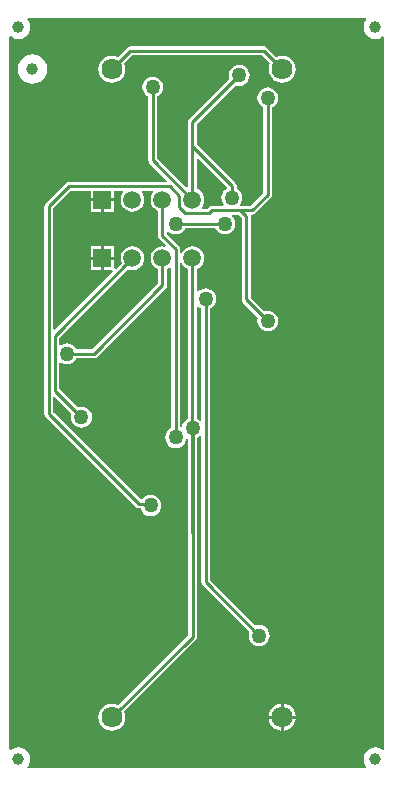
<source format=gbl>
G04*
G04 #@! TF.GenerationSoftware,Altium Limited,Altium Designer,21.1.0 (24)*
G04*
G04 Layer_Physical_Order=2*
G04 Layer_Color=16711680*
%FSLAX44Y44*%
%MOMM*%
G71*
G04*
G04 #@! TF.SameCoordinates,0D715D1A-8308-42F1-A0E9-906EAE5A06CC*
G04*
G04*
G04 #@! TF.FilePolarity,Positive*
G04*
G01*
G75*
%ADD13C,0.2540*%
%ADD33C,0.9900*%
%ADD34C,1.7850*%
%ADD35C,1.5000*%
%ADD36R,1.5000X1.5000*%
%ADD37C,1.2700*%
G36*
X353043Y636312D02*
X351989Y634938D01*
X350986Y632518D01*
X350644Y629920D01*
X350986Y627323D01*
X351989Y624902D01*
X353584Y622824D01*
X355662Y621229D01*
X358083Y620226D01*
X360680Y619884D01*
X363278Y620226D01*
X365698Y621229D01*
X367072Y622283D01*
X368342Y621657D01*
Y18423D01*
X367072Y17797D01*
X365698Y18851D01*
X363278Y19854D01*
X360680Y20196D01*
X358083Y19854D01*
X355662Y18851D01*
X353584Y17256D01*
X351989Y15178D01*
X350986Y12758D01*
X350644Y10160D01*
X350986Y7563D01*
X351989Y5142D01*
X353043Y3768D01*
X352417Y2498D01*
X66683D01*
X66057Y3768D01*
X67111Y5142D01*
X68114Y7563D01*
X68456Y10160D01*
X68114Y12758D01*
X67111Y15178D01*
X65516Y17256D01*
X63438Y18851D01*
X61017Y19854D01*
X58420Y20196D01*
X55823Y19854D01*
X53402Y18851D01*
X52028Y17797D01*
X50758Y18423D01*
Y621657D01*
X52028Y622283D01*
X53402Y621229D01*
X55823Y620226D01*
X58420Y619884D01*
X61017Y620226D01*
X63438Y621229D01*
X65516Y622824D01*
X67111Y624902D01*
X68114Y627323D01*
X68456Y629920D01*
X68114Y632518D01*
X67111Y634938D01*
X66057Y636312D01*
X66683Y637582D01*
X352417D01*
X353043Y636312D01*
D02*
G37*
%LPC*%
G36*
X266161Y613793D02*
X153206D01*
X151755Y613504D01*
X150524Y612682D01*
X142497Y604655D01*
X140553Y605460D01*
X137584Y605851D01*
X134614Y605460D01*
X131847Y604314D01*
X129471Y602490D01*
X127647Y600114D01*
X126501Y597347D01*
X126110Y594378D01*
X126501Y591408D01*
X127647Y588641D01*
X129471Y586265D01*
X131847Y584442D01*
X134614Y583295D01*
X137584Y582905D01*
X140553Y583295D01*
X143320Y584442D01*
X145696Y586265D01*
X147520Y588641D01*
X148666Y591408D01*
X149057Y594378D01*
X148666Y597347D01*
X147861Y599291D01*
X154777Y606207D01*
X264590D01*
X271507Y599291D01*
X270702Y597347D01*
X270311Y594378D01*
X270702Y591408D01*
X271848Y588641D01*
X273671Y586265D01*
X276047Y584442D01*
X278814Y583295D01*
X281784Y582905D01*
X284753Y583295D01*
X287521Y584442D01*
X289897Y586265D01*
X291720Y588641D01*
X292866Y591408D01*
X293257Y594378D01*
X292866Y597347D01*
X291720Y600114D01*
X289897Y602490D01*
X287521Y604314D01*
X284753Y605460D01*
X281784Y605851D01*
X278814Y605460D01*
X276871Y604655D01*
X268843Y612682D01*
X267613Y613504D01*
X266161Y613793D01*
D02*
G37*
G36*
X70284Y606834D02*
X67060Y606410D01*
X64055Y605165D01*
X61476Y603186D01*
X59496Y600606D01*
X58252Y597602D01*
X57827Y594378D01*
X58252Y591154D01*
X59496Y588149D01*
X61476Y585569D01*
X64055Y583590D01*
X67060Y582346D01*
X70284Y581921D01*
X73508Y582346D01*
X76512Y583590D01*
X79092Y585569D01*
X81071Y588149D01*
X82316Y591154D01*
X82740Y594378D01*
X82316Y597602D01*
X81071Y600606D01*
X79092Y603186D01*
X76512Y605165D01*
X73508Y606410D01*
X70284Y606834D01*
D02*
G37*
G36*
X245454Y597992D02*
X243157Y597690D01*
X241016Y596803D01*
X239178Y595392D01*
X237768Y593554D01*
X236881Y591413D01*
X236578Y589116D01*
X236881Y586819D01*
X237148Y586174D01*
X203058Y552084D01*
X202236Y550854D01*
X201947Y549402D01*
Y529260D01*
Y494823D01*
X200678Y494297D01*
X175841Y519133D01*
Y571256D01*
X176486Y571524D01*
X178325Y572934D01*
X179735Y574772D01*
X180622Y576913D01*
X180924Y579210D01*
X180622Y581507D01*
X179735Y583648D01*
X178325Y585486D01*
X176486Y586897D01*
X174345Y587784D01*
X172048Y588086D01*
X169751Y587784D01*
X167610Y586897D01*
X165772Y585486D01*
X164361Y583648D01*
X163475Y581507D01*
X163172Y579210D01*
X163475Y576913D01*
X164361Y574772D01*
X165772Y572934D01*
X167610Y571524D01*
X168255Y571256D01*
Y517562D01*
X168544Y516111D01*
X169366Y514880D01*
X184144Y500103D01*
X183658Y498929D01*
X101182D01*
X99731Y498640D01*
X98500Y497818D01*
X81482Y480800D01*
X80660Y479570D01*
X80371Y478118D01*
Y302350D01*
X80660Y300899D01*
X81482Y299668D01*
X157559Y223591D01*
X158790Y222769D01*
X160241Y222480D01*
X161915D01*
X162715Y220551D01*
X164125Y218713D01*
X165963Y217302D01*
X168104Y216416D01*
X170401Y216113D01*
X172699Y216416D01*
X174839Y217302D01*
X176678Y218713D01*
X178088Y220551D01*
X178975Y222692D01*
X179277Y224989D01*
X178975Y227286D01*
X178088Y229427D01*
X176678Y231265D01*
X174839Y232676D01*
X172699Y233563D01*
X170401Y233865D01*
X168104Y233563D01*
X165963Y232676D01*
X164125Y231265D01*
X163205Y230066D01*
X161812D01*
X87957Y303921D01*
Y316500D01*
X89130Y316986D01*
X103454Y302662D01*
X103187Y302017D01*
X102884Y299720D01*
X103187Y297423D01*
X104073Y295282D01*
X105484Y293444D01*
X107322Y292033D01*
X109463Y291147D01*
X111760Y290844D01*
X114057Y291147D01*
X116198Y292033D01*
X118036Y293444D01*
X119447Y295282D01*
X120333Y297423D01*
X120636Y299720D01*
X120333Y302017D01*
X119447Y304158D01*
X118036Y305996D01*
X116198Y307407D01*
X114057Y308293D01*
X111760Y308596D01*
X109463Y308293D01*
X108818Y308026D01*
X93037Y323807D01*
Y345597D01*
X94307Y346223D01*
X94966Y345718D01*
X97107Y344831D01*
X99404Y344528D01*
X101701Y344831D01*
X103842Y345718D01*
X105681Y347128D01*
X107091Y348966D01*
X107358Y349611D01*
X122264D01*
X123716Y349900D01*
X124946Y350722D01*
X183022Y408798D01*
X183844Y410028D01*
X184133Y411480D01*
Y425141D01*
X185358Y425649D01*
X186543Y426558D01*
X187813Y425932D01*
Y290492D01*
X187168Y290225D01*
X185330Y288815D01*
X183920Y286976D01*
X183033Y284835D01*
X182730Y282538D01*
X183033Y280241D01*
X183920Y278100D01*
X185330Y276262D01*
X187168Y274851D01*
X189309Y273965D01*
X191606Y273662D01*
X193904Y273965D01*
X196044Y274851D01*
X197882Y276262D01*
X199293Y278100D01*
X200180Y280241D01*
X200278Y280989D01*
X201639Y281596D01*
X201990Y281355D01*
X202037Y115595D01*
X142497Y56054D01*
X140553Y56859D01*
X137584Y57250D01*
X134614Y56859D01*
X131847Y55713D01*
X129471Y53890D01*
X127647Y51514D01*
X126501Y48747D01*
X126110Y45777D01*
X126501Y42808D01*
X127647Y40041D01*
X129471Y37664D01*
X131847Y35841D01*
X134614Y34695D01*
X137584Y34304D01*
X140553Y34695D01*
X143320Y35841D01*
X145696Y37664D01*
X147520Y40041D01*
X148666Y42808D01*
X149057Y45777D01*
X148666Y48747D01*
X147861Y50690D01*
X208512Y111342D01*
X208513Y111342D01*
X208513Y111343D01*
X208922Y111955D01*
X209334Y112572D01*
X209335Y112573D01*
X209335Y112573D01*
X209478Y113294D01*
X209623Y114024D01*
Y282458D01*
X210268Y282726D01*
X211943Y284011D01*
X213213Y283706D01*
Y160110D01*
X213502Y158659D01*
X214324Y157428D01*
X253944Y117809D01*
X253676Y117164D01*
X253374Y114867D01*
X253676Y112570D01*
X254563Y110429D01*
X255973Y108590D01*
X257812Y107180D01*
X259953Y106293D01*
X262250Y105991D01*
X264547Y106293D01*
X266688Y107180D01*
X268526Y108590D01*
X269937Y110429D01*
X270823Y112570D01*
X271126Y114867D01*
X270823Y117164D01*
X269937Y119305D01*
X268526Y121143D01*
X266688Y122554D01*
X264547Y123440D01*
X262250Y123743D01*
X259953Y123440D01*
X259307Y123173D01*
X220799Y161681D01*
Y391932D01*
X221444Y392200D01*
X223283Y393610D01*
X224693Y395448D01*
X225580Y397589D01*
X225882Y399886D01*
X225580Y402183D01*
X224693Y404324D01*
X223283Y406162D01*
X221444Y407573D01*
X219303Y408460D01*
X217006Y408762D01*
X214709Y408460D01*
X212568Y407573D01*
X210811Y406224D01*
X210261Y406321D01*
X209541Y406566D01*
X209535Y425142D01*
X210758Y425649D01*
X212836Y427243D01*
X214431Y429322D01*
X215434Y431742D01*
X215776Y434340D01*
X215434Y436937D01*
X214431Y439358D01*
X212836Y441436D01*
X210758Y443031D01*
X208337Y444034D01*
X205740Y444376D01*
X203142Y444034D01*
X200722Y443031D01*
X198643Y441436D01*
X197049Y439358D01*
X196669Y438442D01*
X195399Y438694D01*
Y442140D01*
X195110Y443592D01*
X194288Y444822D01*
X184133Y454977D01*
Y456704D01*
X184921Y456971D01*
X185403Y457054D01*
X187168Y455700D01*
X189309Y454813D01*
X191606Y454510D01*
X193904Y454813D01*
X196044Y455700D01*
X197882Y457110D01*
X199293Y458948D01*
X199560Y459593D01*
X225224D01*
X225492Y458948D01*
X226902Y457110D01*
X228741Y455700D01*
X230881Y454813D01*
X233179Y454510D01*
X235476Y454813D01*
X237616Y455700D01*
X239455Y457110D01*
X240865Y458948D01*
X241752Y461089D01*
X242054Y463386D01*
X241752Y465684D01*
X240865Y467824D01*
X239455Y469663D01*
X239189Y469867D01*
X239620Y471137D01*
X244629D01*
X247337Y468429D01*
Y399461D01*
X247626Y398010D01*
X248448Y396779D01*
X261170Y384057D01*
X260927Y383471D01*
X260625Y381174D01*
X260927Y378877D01*
X261814Y376736D01*
X263224Y374898D01*
X265063Y373487D01*
X267203Y372601D01*
X269501Y372298D01*
X271798Y372601D01*
X273938Y373487D01*
X275777Y374898D01*
X277187Y376736D01*
X278074Y378877D01*
X278376Y381174D01*
X278074Y383471D01*
X277187Y385612D01*
X275777Y387450D01*
X273938Y388861D01*
X271798Y389748D01*
X269501Y390050D01*
X267203Y389748D01*
X266499Y389456D01*
X254923Y401032D01*
Y470000D01*
X254878Y470226D01*
X255683Y471207D01*
X256418D01*
X257869Y471496D01*
X259100Y472318D01*
X272182Y485401D01*
X273005Y486631D01*
X273293Y488083D01*
Y562047D01*
X273938Y562314D01*
X275777Y563725D01*
X277187Y565563D01*
X278074Y567704D01*
X278376Y570001D01*
X278074Y572298D01*
X277187Y574439D01*
X275777Y576277D01*
X273938Y577687D01*
X271798Y578574D01*
X269501Y578877D01*
X267203Y578574D01*
X265063Y577687D01*
X263224Y576277D01*
X261814Y574439D01*
X260927Y572298D01*
X260625Y570001D01*
X260927Y567704D01*
X261814Y565563D01*
X263224Y563725D01*
X265063Y562314D01*
X265708Y562047D01*
Y489654D01*
X254847Y478793D01*
X246666D01*
X246093Y479674D01*
X246020Y480038D01*
X246810Y481067D01*
X247697Y483208D01*
X247999Y485505D01*
X247697Y487802D01*
X246810Y489943D01*
X245399Y491781D01*
X243561Y493192D01*
X243192Y493345D01*
Y495601D01*
X242903Y497053D01*
X242081Y498283D01*
X209533Y530831D01*
Y547831D01*
X242512Y580810D01*
X243157Y580543D01*
X245454Y580240D01*
X247752Y580543D01*
X249892Y581429D01*
X251730Y582840D01*
X253141Y584678D01*
X254028Y586819D01*
X254330Y589116D01*
X254028Y591413D01*
X253141Y593554D01*
X251730Y595392D01*
X249892Y596803D01*
X247752Y597690D01*
X245454Y597992D01*
D02*
G37*
G36*
X283054Y57174D02*
Y47047D01*
X293181D01*
X292954Y48770D01*
X291799Y51559D01*
X289961Y53954D01*
X287566Y55792D01*
X284777Y56947D01*
X283054Y57174D01*
D02*
G37*
G36*
X280514D02*
X278791Y56947D01*
X276002Y55792D01*
X273607Y53954D01*
X271769Y51559D01*
X270614Y48770D01*
X270387Y47047D01*
X280514D01*
Y57174D01*
D02*
G37*
G36*
X293181Y44507D02*
X283054D01*
Y34381D01*
X284777Y34607D01*
X287566Y35763D01*
X289961Y37600D01*
X291799Y39995D01*
X292954Y42784D01*
X293181Y44507D01*
D02*
G37*
G36*
X280514D02*
X270387D01*
X270614Y42784D01*
X271769Y39995D01*
X273607Y37600D01*
X276002Y35763D01*
X278791Y34607D01*
X280514Y34381D01*
Y44507D01*
D02*
G37*
%LPD*%
G36*
X234957Y494679D02*
X234685Y493192D01*
X232847Y491781D01*
X231436Y489943D01*
X230550Y487802D01*
X230247Y485505D01*
X230550Y483208D01*
X231436Y481067D01*
X232261Y479992D01*
X231635Y478722D01*
X222200D01*
X220748Y478434D01*
X219518Y477612D01*
X218229Y476323D01*
X214092D01*
X213465Y477593D01*
X214432Y478852D01*
X215434Y481273D01*
X215776Y483870D01*
X215434Y486468D01*
X214432Y488888D01*
X212837Y490967D01*
X210758Y492562D01*
X209533Y493069D01*
Y518443D01*
X210707Y518929D01*
X234957Y494679D01*
D02*
G37*
G36*
X172558Y490073D02*
X171649Y488888D01*
X170646Y486468D01*
X170305Y483870D01*
X170646Y481273D01*
X171649Y478852D01*
X173244Y476774D01*
X175322Y475179D01*
X176548Y474672D01*
Y453406D01*
X176836Y451955D01*
X177658Y450724D01*
X183088Y445295D01*
X182494Y444092D01*
X180340Y444376D01*
X177742Y444034D01*
X175322Y443031D01*
X173243Y441436D01*
X171649Y439358D01*
X170646Y436937D01*
X170304Y434340D01*
X170646Y431742D01*
X171649Y429322D01*
X173243Y427243D01*
X175322Y425649D01*
X176547Y425141D01*
Y413051D01*
X120693Y357197D01*
X107358D01*
X107091Y357842D01*
X105681Y359680D01*
X103842Y361091D01*
X101701Y361978D01*
X99404Y362280D01*
X97107Y361978D01*
X94966Y361091D01*
X94307Y360585D01*
X93037Y361212D01*
Y367073D01*
X151117Y425153D01*
X152342Y424646D01*
X154940Y424304D01*
X157537Y424646D01*
X159958Y425649D01*
X162036Y427243D01*
X163631Y429322D01*
X164634Y431742D01*
X164976Y434340D01*
X164634Y436937D01*
X163631Y439358D01*
X162036Y441436D01*
X159958Y443031D01*
X157537Y444034D01*
X154940Y444376D01*
X152342Y444034D01*
X149922Y443031D01*
X147843Y441436D01*
X146249Y439358D01*
X145246Y436937D01*
X144904Y434340D01*
X145246Y431742D01*
X145753Y430517D01*
X140753Y425517D01*
X139580Y426003D01*
Y433070D01*
X130810D01*
Y424300D01*
X137877D01*
X138363Y423126D01*
X89130Y373894D01*
X87957Y374380D01*
Y476547D01*
X102753Y491343D01*
X119500D01*
Y485140D01*
X139580D01*
Y491343D01*
X146532D01*
X147158Y490073D01*
X146249Y488888D01*
X145246Y486468D01*
X144904Y483870D01*
X145246Y481273D01*
X146249Y478852D01*
X147844Y476774D01*
X149922Y475179D01*
X152343Y474176D01*
X154940Y473834D01*
X157538Y474176D01*
X159958Y475179D01*
X162037Y476774D01*
X163632Y478852D01*
X164634Y481273D01*
X164976Y483870D01*
X164634Y486468D01*
X163632Y488888D01*
X162722Y490073D01*
X163349Y491343D01*
X171932D01*
X172558Y490073D01*
D02*
G37*
G36*
X212568Y392200D02*
X213213Y391932D01*
Y297118D01*
X211943Y296814D01*
X210268Y298099D01*
X209571Y298388D01*
X209544Y393207D01*
X210231Y393441D01*
X210814Y393545D01*
X212568Y392200D01*
D02*
G37*
G36*
X197049Y429322D02*
X198643Y427243D01*
X200722Y425649D01*
X201950Y425140D01*
X201985Y298345D01*
X201392Y298099D01*
X199554Y296688D01*
X198144Y294850D01*
X197257Y292710D01*
X197157Y291949D01*
X195793Y291320D01*
X195399Y291575D01*
Y429985D01*
X196669Y430238D01*
X197049Y429322D01*
D02*
G37*
%LPC*%
G36*
X139580Y482600D02*
X130810D01*
Y473830D01*
X139580D01*
Y482600D01*
D02*
G37*
G36*
X128270D02*
X119500D01*
Y473830D01*
X128270D01*
Y482600D01*
D02*
G37*
G36*
X139580Y444380D02*
X130810D01*
Y435610D01*
X139580D01*
Y444380D01*
D02*
G37*
G36*
X128270D02*
X119500D01*
Y435610D01*
X128270D01*
Y444380D01*
D02*
G37*
G36*
Y433070D02*
X119500D01*
Y424300D01*
X128270D01*
Y433070D01*
D02*
G37*
%LPD*%
D13*
X251130Y399461D02*
X269501Y381090D01*
X251130Y399461D02*
Y470000D01*
X246200Y474930D02*
X251130Y470000D01*
X122264Y353404D02*
X180340Y411480D01*
Y434340D01*
X99404Y353404D02*
X122264D01*
X219800Y472530D02*
X222200Y474930D01*
X246200D01*
X256418Y475000D02*
X269501Y488083D01*
X246270Y475000D02*
X256418D01*
X246200Y474930D02*
X246270Y475000D01*
X89244Y322236D02*
X111760Y299720D01*
X89244Y322236D02*
Y368644D01*
X191606Y463386D02*
X233179D01*
X205781Y290412D02*
X205830Y114024D01*
X137584Y594378D02*
X153206Y610000D01*
X266161D01*
X281784Y594378D01*
X205740Y529260D02*
X239399Y495601D01*
Y485781D02*
Y495601D01*
X239123Y485505D02*
X239399Y485781D01*
X199480Y472530D02*
X219800D01*
X194400Y477610D02*
X199480Y472530D01*
X269501Y488083D02*
Y570001D01*
X205740Y483870D02*
Y529260D01*
Y549402D01*
X186526Y495136D02*
X194400Y487262D01*
Y477610D02*
Y487262D01*
X180340Y453406D02*
Y483870D01*
X101182Y495136D02*
X186526D01*
X172048Y517562D02*
X205740Y483870D01*
X172048Y517562D02*
Y579210D01*
X84164Y478118D02*
X101182Y495136D01*
X180340Y453406D02*
X191606Y442140D01*
X205740Y549402D02*
X245454Y589116D01*
X160241Y226273D02*
X169118D01*
X170401Y224989D01*
X84164Y302350D02*
X160241Y226273D01*
X205740Y434340D02*
X205781Y290412D01*
X84164Y302350D02*
Y478118D01*
X89244Y368644D02*
X154940Y434340D01*
X217006Y160110D02*
X262250Y114867D01*
X217006Y160110D02*
Y399886D01*
X191606Y282538D02*
Y442140D01*
X205830Y114024D02*
Y290412D01*
X137584Y45777D02*
X205830Y114024D01*
D33*
X58420Y10160D02*
D03*
X360680D02*
D03*
Y629920D02*
D03*
X58420D02*
D03*
X70284Y594378D02*
D03*
D34*
X137584D02*
D03*
X281784D02*
D03*
Y45777D02*
D03*
X137584D02*
D03*
D35*
X205740Y434340D02*
D03*
X180340D02*
D03*
X154940D02*
D03*
X205740Y483870D02*
D03*
X180340D02*
D03*
X154940D02*
D03*
D36*
X129540Y434340D02*
D03*
X129540Y483870D02*
D03*
D37*
X269501Y381174D02*
D03*
X111760Y299720D02*
D03*
X233179Y463386D02*
D03*
X239123Y485505D02*
D03*
X191606Y463386D02*
D03*
X170401Y224989D02*
D03*
X245454Y589116D02*
D03*
X99404Y353404D02*
D03*
X269501Y570001D02*
D03*
X262250Y114867D02*
D03*
X217006Y399886D02*
D03*
X191606Y282538D02*
D03*
X205830Y290412D02*
D03*
X172048Y579210D02*
D03*
M02*

</source>
